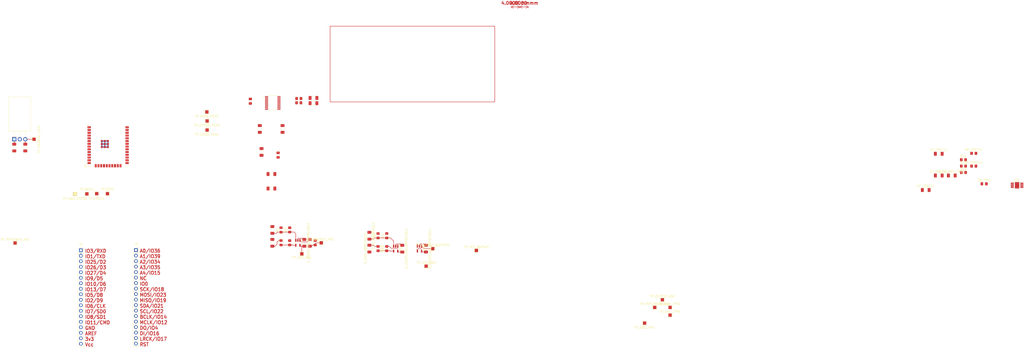
<source format=kicad_pcb>
(kicad_pcb (version 20240108) (generator "pcbnew") (generator_version "8.0")
  (layers (0 "F.Cu" signal) (31 "B.Cu" signal) (34 "B.Paste" user) (35 "F.Paste" user) (36 "B.SilkS" user "B.Silkscreen") (37 "F.SilkS" user "F.Silkscreen") (38 "B.Mask" user) (39 "F.Mask" user) (44 "Edge.Cuts" user))
  (net 0 "")
  (net 1 "GND")
  (net 2 "+3.3V")
  (net 3 "/VNEG")
  (net 4 "/LDOO")
  (net 5 "Net-(U2-CAPM)")
  (net 6 "Net-(U2-CAPP)")
  (net 7 "Net-(U6-BYPASS)")
  (net 8 "/Vo+")
  (net 9 "Net-(CC_TPA711-Pad2)")
  (net 10 "/IN")
  (net 11 "/OUTDACL")
  (net 12 "/OUTDACR")
  (net 13 "/BUFFEROUT")
  (net 14 "Net-(CI_TPA711-Pad1)")
  (net 15 "Net-(C_COUPLING_AMPSTAGE1-Pad2)")
  (net 16 "/ES2FILTER")
  (net 17 "Net-(C_GND_AMPSTAGE1-Pad2)")
  (net 18 "Net-(C_GND_AMPSTAGE2-Pad2)")
  (net 19 "Net-(U4-+)")
  (net 20 "Net-(U3-+)")
  (net 21 "Net-(U6-SE{slash}~{BTL})")
  (net 22 "+5V")
  (net 23 "/SE{slash}~{BTL}_SWITCH")
  (net 24 "Net-(U4--)")
  (net 25 "Net-(U3--)")
  (net 26 "Net-(RF2-Pad2)")
  (net 27 "Net-(U2-OUTL)")
  (net 28 "Net-(U2-OUTR)")
  (net 29 "/BCK")
  (net 36 "/DIN")
  (net 48 "/SCK")
  (net 62 "/XSMT{slash}MUTE")
  (net 63 "/Vo-")
  (net 64 "/SYSTEMCTL")
  (net 66 "+15V")
  (net 68 "/IO12")
  (net 84 "unconnected-(J2-Pin_2-Pad2)")
  (footprint "TestPoint:TestPoint_Pad_1.5x1.5mm" (layer "F.Cu") (at 121.92 81.51)
    (property "Reference" "TP_DVDD_PCM1")
    (property "Value" "TestPoint" (hide yes))
  )
  (footprint "TestPoint:TestPoint_Pad_1.5x1.5mm" (layer "F.Cu") (at 226 136.3)
    (property "Reference" "TP_OUTPUT_BUFFER1")
    (property "Value" "TestPoint" (hide yes))
  )
  (footprint "TestPoint:TestPoint_Pad_1.5x1.5mm" (layer "F.Cu") (at 75.946 110.893)
    (property "Reference" "TP_DIN1")
    (property "Value" "TestPoint" (hide yes))
  )
  (footprint "Capacitor_SMD:C_1206_3216Metric_Pad1.33x1.80mm_HandSolder" (layer "F.Cu") (at 151.5905 108.514)
    (property "Reference" "C2_DPS_PCM1" (hide yes))
    (property "Value" "0.1uF")
  )
  (footprint "LED_SMD:LED_0805_2012Metric_Pad1.15x1.40mm_HandSolder" (layer "F.Cu") (at 156.02 133.588 -90)
    (property "Reference" "RG1" (hide yes))
    (property "Value" "200k" (hide yes))
  )
  (footprint "Capacitor_SMD:C_1206_3216Metric_Pad1.33x1.80mm_HandSolder" (layer "F.Cu") (at 459.4375 102.5)
    (property "Reference" "CI_TPA711")
    (property "Value" "0.47uF")
  )
  (footprint "Package_TO_SOT_SMD:SOT-23-5" (layer "F.Cu") (at 208.9075 136.2811 -90)
    (property "Reference" "U3")
    (property "Value" "MCP6001-OT")
  )
  (footprint "Resistor_SMD:R_0805_2012Metric_Pad1.20x1.40mm_HandSolder" (layer "F.Cu") (at 200.778 136.2661 -90)
    (property "Reference" "RG2")
    (property "Value" "200K" (hide yes))
  )
  (footprint "Capacitor_SMD:C_1206_3216Metric_Pad1.33x1.80mm_HandSolder" (layer "F.Cu") (at 156.718 80.9875 -90)
    (property "Reference" "C1_APS_PCM5102" (hide yes))
    (property "Value" "10uF")
  )
  (footprint "Resistor_SMD:R_0805_2012Metric_Pad1.20x1.40mm_HandSolder" (layer "F.Cu") (at 164.185 68.902)
    (property "Reference" "ROUTDACL1" (hide yes))
    (property "Value" "470")
  )
  (footprint "TestPoint:TestPoint_Pad_1.5x1.5mm" (layer "F.Cu") (at 42.09 85.75 -90)
    (property "Reference" "TP_LM2940_+5V1")
    (property "Value" "TestPoint" (hide yes))
  )
  (footprint "Capacitor_SMD:C_1206_3216Metric_Pad1.33x1.80mm_HandSolder" (layer "F.Cu") (at 152.02 127.638 -90)
    (property "Reference" "C_GND_AMPSTAGE3" (hide yes))
    (property "Value" "10uF" (hide yes))
  )
  (footprint "TestPoint:TestPoint_Pad_1.5x1.5mm" (layer "F.Cu") (at 222.96 144.38)
    (property "Reference" "TP_VCC_AS2")
    (property "Value" "TestPoint" (hide yes))
  )
  (footprint "Capacitor_SMD:C_1206_3216Metric_Pad1.33x1.80mm_HandSolder" (layer "F.Cu") (at 196.778 130.3161 -90)
    (property "Reference" "C_IN_AMPSTAGE1")
    (property "Value" "10uF" (hide yes))
  )
  (footprint "Resistor_SMD:R_0805_2012Metric_Pad1.20x1.40mm_HandSolder" (layer "F.Cu") (at 470.8275 101.1)
    (property "Reference" "R13")
    (property "Value" "100K")
  )
  (footprint "Capacitor_SMD:C_1206_3216Metric_Pad1.33x1.80mm_HandSolder" (layer "F.Cu") (at 465.4475 102.5)
    (property "Reference" "C_SE/BTL_TPA1")
    (property "Value" "0.1uF")
  )
  (footprint "Capacitor_SMD:C_1206_3216Metric_Pad1.33x1.80mm_HandSolder" (layer "F.Cu") (at 453.4275 109.2)
    (property "Reference" "CC_TPA711")
    (property "Value" "330uF")
  )
  (footprint "Connector_PinSocket_2.54mm:PinSocket_1x18_P2.54mm_Vertical" (layer "F.Cu") (at 63.66 137.05)
    (property "Reference" "J2")
    (property "Value" "Conn_01x18" (hide yes))
  )
  (footprint "Resistor_SMD:R_0805_2012Metric_Pad1.20x1.40mm_HandSolder" (layer "F.Cu") (at 160.02 127.638 90)
    (property "Reference" "R2")
    (property "Value" "10K" (hide yes))
  )
  (footprint "Capacitor_SMD:C_1206_3216Metric_Pad1.33x1.80mm_HandSolder" (layer "F.Cu") (at 32.95 89.5825 90)
    (property "Reference" "C_INPUT_LDO1" (hide yes))
    (property "Value" "0.47uF" (hide yes))
  )
  (footprint "LED_SMD:LED_0805_2012Metric_Pad1.15x1.40mm_HandSolder" (layer "F.Cu") (at 204.778 130.3161 90)
    (property "Reference" "R4")
    (property "Value" "10K" (hide yes))
  )
  (footprint "Capacitor_SMD:C_1206_3216Metric_Pad1.33x1.80mm_HandSolder" (layer "F.Cu") (at 147.015 91.6135 90)
    (property "Reference" "C1_CPPS_PCM1" (hide yes))
    (property "Value" "0.1uF")
  )
  (footprint "LED_SMD:LED_0805_2012Metric_Pad1.15x1.40mm_HandSolder" (layer "F.Cu") (at 171.775 133.59 -90)
    (property "Reference" "R_COUPLING_AMPSTAGE1" (hide yes))
    (property "Value" "100K" (hide yes))
  )
  (footprint "Resistor_SMD:R_0805_2012Metric_Pad1.20x1.40mm_HandSolder" (layer "F.Cu") (at 475.5775 98.15)
    (property "Reference" "RI_TPA711")
    (property "Value" "10K")
  )
  (footprint "Package_SO:Texas_DGN0008D_VSSOP-8-1EP_3x3mm_P0.65mm_EP2x2.94mm_Mask1.57x1.89mm" (layer "F.Cu") (at 495.5675 107.02)
    (property "Reference" "U6")
    (property "Value" "TPA711")
  )
  (footprint "TestPoint:TestPoint_Pad_1.5x1.5mm" (layer "F.Cu") (at 66.445 110.998)
    (property "Reference" "TP_BCK1")
    (property "Value" "TestPoint" (hide yes))
  )
  (footprint "Resistor_SMD:R_0805_2012Metric_Pad1.20x1.40mm_HandSolder" (layer "F.Cu") (at 204.778 136.2661 90)
    (property "Reference" "RF2")
    (property "Value" "10K" (hide yes))
  )
  (footprint "TestPoint:TestPoint_Pad_1.5x1.5mm" (layer "F.Cu") (at 335.5 163.45)
    (property "Reference" "TP_Vo+_TPA1")
    (property "Value" "TestPoint")
  )
  (footprint "TestPoint:TestPoint_Pad_1.5x1.5mm" (layer "F.Cu") (at 165.6 138.703 180)
    (property "Reference" "TP_VCC_AS1")
    (property "Value" "TestPoint" (hide yes))
  )
  (footprint "Capacitor_SMD:C_1206_3216Metric_Pad1.33x1.80mm_HandSolder" (layer "F.Cu") (at 196.778 136.2661 90)
    (property "Reference" "C_GND_AMPSTAGE2")
    (property "Value" "10uF" (hide yes))
  )
  (footprint "TestPoint:TestPoint_Pad_1.5x1.5mm" (layer "F.Cu") (at 331.95 159.9)
    (property "Reference" "TP_OUTPUT_AS2")
    (property "Value" "TestPoint")
  )
  (footprint "TestPoint:TestPoint_Pad_1.5x1.5mm" (layer "F.Cu") (at 60.96 110.998)
    (property "Reference" "TP_GND_ESP32")
    (property "Value" "TestPoint" (hide yes))
  )
  (footprint "Capacitor_SMD:C_1206_3216Metric_Pad1.33x1.80mm_HandSolder" (layer "F.Cu") (at 146.218 80.9875 90)
    (property "Reference" "C2_APS_PCM5102" (hide yes))
    (property "Value" "0.1uF")
  )
  (footprint "Capacitor_SMD:C_0805_2012Metric_Pad1.18x1.45mm_HandSolder" (layer "F.Cu") (at 141.859 68.1775 -90)
    (property "Reference" "CA_PCM5102" (hide yes))
    (property "Value" "2.2uF")
  )
  (footprint "TestPoint:TestPoint_Pad_1.5x1.5mm" (layer "F.Cu") (at 174.575 133.603)
    (property "Reference" "TP_OUTPUT_AS1")
    (property "Value" "TestPoint" (hide yes))
  )
  (footprint "Capacitor_SMD:C_1206_3216Metric_Pad1.33x1.80mm_HandSolder" (layer "F.Cu") (at 169.275 133.59 90)
    (property "Reference" "C_COUPLING_AMPSTAGE1" (hide yes))
    (property "Value" "10uF" (hide yes))
  )
  (footprint "Capacitor_SMD:C_1206_3216Metric_Pad1.33x1.80mm_HandSolder" (layer "F.Cu") (at 152.02 133.588 -90)
    (property "Reference" "C_GND_AMPSTAGE1" (hide yes))
    (property "Value" "10uF" (hide yes))
  )
  (footprint "TestPoint:TestPoint_Pad_1.5x1.5mm" (layer "F.Cu") (at 328.4 163.45)
    (property "Reference" "TP_INPUTBIAS_AS2")
    (property "Value" "TestPoint")
  )
  (footprint "TestPoint:TestPoint_Pad_1.5x1.5mm" (layer "F.Cu") (at 121.793 73.152)
    (property "Reference" "TP_AVDD_PCM1")
    (property "Value" "TestPoint" (hide yes))
  )
  (footprint "TestPoint:TestPoint_Pad_1.5x1.5mm" (layer "F.Cu") (at 121.92 77.319)
    (property "Reference" "TP_CPVDD_PCM1")
    (property "Value" "TestPoint" (hide yes))
  )
  (footprint "TestPoint:TestPoint_Pad_1.5x1.5mm" (layer "F.Cu") (at 323.723 170.688)
    (property "Reference" "TP_VDD_TPA1")
    (property "Value" "TestPoint" (hide yes))
  )
  (footprint "Package_TO_SOT_THT:TO-220-3_Horizontal_TabDown" (layer "F.Cu") (at 32.96 85.748)
    (property "Reference" "U7" (hide yes))
    (property "Value" "LM2940CT-5.0")
  )
  (footprint "Package_TO_SOT_SMD:SOT-23-5" (layer "F.Cu") (at 219.8823 136.2812 -90)
    (property "Reference" "U5")
    (property "Value" "MCP6001")
  )
  (footprint "Resistor_SMD:R_0805_2012Metric_Pad1.20x1.40mm_HandSolder" (layer "F.Cu") (at 160.02 133.588 90)
    (property "Reference" "RF1" (hide yes))
    (property "Value" "10K" (hide yes))
  )
  (footprint "RF_Module:ESP32-WROOM-32E" (layer "F.Cu") (at 76.25 85.49)
    (property "Reference" "U1")
    (property "Value" "ESP32-WROOM-32E")
  )
  (footprint "Capacitor_SMD:C_1206_3216Metric_Pad1.33x1.80mm_HandSolder" (layer "F.Cu") (at 222.885 136.271 -90)
    (property "Reference" "C_COUPLING_AMPSTAGE4")
    (property "Value" "10nF" (hide yes))
  )
  (footprint "Resistor_SMD:R_0805_2012Metric_Pad1.20x1.40mm_HandSolder" (layer "F.Cu") (at 475.5775 92.25)
    (property "Reference" "RF_TPA711")
    (property "Value" "50k")
  )
  (footprint "Package_SO:TSSOP-20_4.4x6.5mm_P0.65mm" (layer "F.Cu") (at 152.2045 68.987)
    (property "Reference" "U2" (hide yes))
    (property "Value" "PCM5102")
  )
  (footprint "Capacitor_SMD:C_0805_2012Metric_Pad1.18x1.45mm_HandSolder" (layer "F.Cu") (at 154.6675 93.071 90)
    (property "Reference" "C2_CPPS_PCM1" (hide yes))
    (property "Value" "2.2uF")
  )
  (footprint "Capacitor_SMD:C_1206_3216Metric_Pad1.33x1.80mm_HandSolder" (layer "F.Cu") (at 38.04 89.58 90)
    (property "Reference" "C_OUTPUT_LDO1" (hide yes))
    (property "Value" "22uF" (hide yes))
  )
  (footprint "Connector_PinSocket_2.54mm:PinSocket_1x18_P2.54mm_Vertical" (layer "F.Cu") (at 89.07 136.96)
    (property "Reference" "J3")
    (property "Value" "Conn_01x18" (hide yes))
  )
  (footprint "Capacitor_SMD:C_1206_3216Metric_Pad1.33x1.80mm_HandSolder" (layer "F.Cu") (at 170.9805 69.088)
    (property "Reference" "CG1_PCM5102" (hide yes))
    (property "Value" "2.2nF")
  )
  (footprint "Package_TO_SOT_SMD:SOT-23-5" (layer "F.Cu") (at 163.7835 133.59 -90)
    (property "Reference" "U4" (hide yes))
    (property "Value" "MCP6001-OT")
  )
  (footprint "Capacitor_SMD:C_1206_3216Metric_Pad1.33x1.80mm_HandSolder" (layer "F.Cu") (at 459.4375 92.45)
    (property "Reference" "CF_TPA711")
    (property "Value" "5pF")
  )
  (footprint "Capacitor_SMD:C_0805_2012Metric_Pad1.18x1.45mm_HandSolder" (layer "F.Cu") (at 480.3575 106.35)
    (property "Reference" "CB_TPA1")
    (property "Value" "2.2uF")
  )
  (footprint "Capacitor_SMD:C_1206_3216Metric_Pad1.33x1.80mm_HandSolder" (layer "F.Cu") (at 151.5905 101.814)
    (property "Reference" "C1_DPS_PCM1" (hide yes))
    (property "Value" "0.1uF")
  )
  (footprint "Resistor_SMD:R_0805_2012Metric_Pad1.20x1.40mm_HandSolder" (layer "F.Cu") (at 164.211 66.929)
    (property "Reference" "ROUTDACR1" (hide yes))
    (property "Value" "470" (hide yes))
  )
  (footprint "Capacitor_SMD:C_1206_3216Metric_Pad1.33x1.80mm_HandSolder" (layer "F.Cu") (at 211.95 136.3 -90)
    (property "Reference" "C_COUPLING_AMPSTAGE3")
    (property "Value" "10nF" (hide yes))
  )
  (footprint "Capacitor_SMD:C_1206_3216Metric_Pad1.33x1.80mm_HandSolder" (layer "F.Cu") (at 170.9805 66.675)
    (property "Reference" "CG2_PCM5102" (hide yes))
    (property "Value" "2.2nF" (hide yes))
  )
  (footprint "TestPoint:TestPoint_Pad_1.5x1.5mm" (layer "F.Cu") (at 335.5 167)
    (property "Reference" "TP_Vo-_TPA1")
    (property "Value" "TestPoint")
  )
  (footprint "Resistor_SMD:R_0805_2012Metric_Pad1.20x1.40mm_HandSolder" (layer "F.Cu") (at 470.8275 95.2)
    (property "Reference" "R11")
    (property "Value" "1K")
  )
  (footprint "LED_SMD:LED_0805_2012Metric_Pad1.15x1.40mm_HandSolder" (layer "F.Cu") (at 156.02 127.638 90)
    (property "Reference" "R1")
    (property "Value" "10K" (hide yes))
  )
  (footprint "TestPoint:TestPoint_Pad_1.5x1.5mm" (layer "F.Cu") (at 70.993 110.893)
    (property "Reference" "TP_LRCK1")
    (property "Value" "TestPoint" (hide yes))
  )
  (footprint "TestPoint:TestPoint_Pad_1.5x1.5mm" (layer "F.Cu") (at 246.1368 137.1292)
    (property "Reference" "TP_VCC_Buffer1")
    (property "Value" "TestPoint")
  )
  (footprint "TestPoint:TestPoint_Pad_1.5x1.5mm" (layer "F.Cu") (at 33.33 133.67)
    (property "Reference" "TP_INPUTBIAS_AS1")
    (property "Value" "TestPoint")
  )
  (footprint "LED_SMD:LED_0805_2012Metric_Pad1.15x1.40mm_HandSolder" (layer "F.Cu") (at 200.778 130.3161 90)
    (property "Reference" "R3")
    (property "Value" "10K" (hide yes))
  )
  (footprint "Capacitor_SMD:C_1206_3216Metric_Pad1.33x1.80mm_HandSolder" (layer "F.Cu") (at 166.780024 133.59 -90)
    (property "Reference" "C_COUPLING_AMPSTAGE2")
    (property "Value" "10nF" (hide yes))
  )
  (footprint "Resistor_SMD:R_0805_2012Metric_Pad1.20x1.40mm_HandSolder" (layer "F.Cu") (at 470.8275 98.15)
    (property "Reference" "R12")
    (property "Value" "100K")
  )
  (gr_rect (start 178.64 33.5) (end 254.64 68.5) (stroke (width 0.2)) (fill none) (layer "F.Cu"))
  (gr_text "IO3/RXD\nIO1/TXD\nIO25/D2\nIO26/D3\nIO27/D4\nIO9/D5\nIO10/D6\nIO13/D7	\nIO5/D8\nIO2/D9\nIO6/CLK\nIO7/SD0\nIO8/SD1\nIO11/CMD\nGND\nAREF\n3v3\nVcc\n\n" (at 65.46 184.07 0) (layer "F.Cu") (effects (font (size 1.58 1.5) (thickness 0.3) (bold yes)) (justify left bottom)))
  (gr_text "A0/IO36\nA1/IO39\nA2/IO34\nA3/IO35\nA4/IO15\nNC\nIO0\nSCK/IO18\nMOSI/IO23\nMISO/IO19\nSDA/IO21\nSCL/IO22\nBCLK/IO14\nMCLK/IO12\nDO/IO4\nDI/IO16\nLRCK/IO17\nRST" (at 90.7 181.475 0) (layer "F.Cu") (effects (font (size 1.58 1.5) (thickness 0.3) (bold yes)) (justify left bottom)))
  (dimension (type aligned) (layer "F.Cu") (pts (xy 266.15 24.625) (xy 262.15 24.625)) (height 0) (gr_text "4.0000 mm" (at 264.15 22.825 0) (layer "F.Cu") (effects (font (size 1.5 1.5) (thickness 0.3)))) (format (prefix "") (suffix "") (units 3) (units_format 1) (precision 4)) (style (thickness 0.2) (arrow_length 1.27) (text_position_mode 0) (extension_height 0.58642) (extension_offset 0.5) keep_text_aligned))
  (dimension (type aligned) (layer "F.Cu") (pts (xy 270.15 24.625) (xy 266.15 24.625)) (height 0) (gr_text "4.0000 mm" (at 268.15 22.825 0) (layer "F.Cu") (effects (font (size 1.5 1.5) (thickness 0.3)))) (format (prefix "") (suffix "") (units 3) (units_format 1) (precision 4)) (style (thickness 0.2) (arrow_length 1.27) (text_position_mode 0) (extension_height 0.58642) (extension_offset 0.5) keep_text_aligned))
  (segment (start 219.8823 135.1437) (end 219.8823 134.6177) (width 0.2) (layer "F.Cu") (net 1))
  (segment (start 163.7835 132.4525) (end 163.7835 131.790001) (width 0.2) (layer "F.Cu") (net 1))
  (segment (start 164.083501 131.49) (end 166.242524 131.49) (width 0.2) (layer "F.Cu") (net 1))
  (segment (start 208.9075 134.481101) (end 209.285001 134.1036) (width 0.2) (layer "F.Cu") (net 1))
  (segment (start 163.7835 131.790001) (end 164.083501 131.49) (width 0.2) (layer "F.Cu") (net 1))
  (segment (start 219.8823 134.6177) (end 220.4 134.1) (width 0.2) (layer "F.Cu") (net 1))
  (segment (start 220.4 134.1) (end 222.2765 134.1) (width 0.2) (layer "F.Cu") (net 1))
  (segment (start 222.2765 134.1) (end 222.885 134.7085) (width 0.2) (layer "F.Cu") (net 1))
  (segment (start 211.3161 134.1036) (end 211.95 134.7375) (width 0.2) (layer "F.Cu") (net 1))
  (segment (start 166.242524 131.49) (end 166.780024 132.0275) (width 0.2) (layer "F.Cu") (net 1))
  (segment (start 208.9075 135.1436) (end 208.9075 134.481101) (width 0.2) (layer "F.Cu") (net 1))
  (segment (start 209.285001 134.1036) (end 211.3161 134.1036) (width 0.2) (layer "F.Cu") (net 1))
  (segment (start 225.971 136.271) (end 226 136.3) (width 0.2) (layer "F.Cu") (net 13))
  (segment (start 220.8323 135.8677) (end 220.8323 135.1437) (width 0.2) (layer "F.Cu") (net 13))
  (segment (start 220.8323 135.1437) (end 221.9596 136.271) (width 0.2) (layer "F.Cu") (net 13))
  (segment (start 221.9596 136.271) (end 225.971 136.271) (width 0.2) (layer "F.Cu") (net 13))
  (segment (start 218.9323 137.4187) (end 218.9323 136.6677) (width 0.2) (layer "F.Cu") (net 13))
  (segment (start 220.4 136.3) (end 220.8323 135.8677) (width 0.2) (layer "F.Cu") (net 13))
  (segment (start 219.3 136.3) (end 220.4 136.3) (width 0.2) (layer "F.Cu") (net 13))
  (segment (start 218.9323 136.6677) (end 219.3 136.3) (width 0.2) (layer "F.Cu") (net 13))
  (segment (start 165.484 133.203) (end 168.0325 133.203) (width 0.2) (layer "F.Cu") (net 15))
  (segment (start 168.0325 133.203) (end 169.22 132.0155) (width 0.2) (layer "F.Cu") (net 15))
  (segment (start 164.7335 132.4525) (end 165.484 133.203) (width 0.2) (layer "F.Cu") (net 15))
  (segment (start 170.7 134.603) (end 171.763 134.603) (width 0.2) (layer "F.Cu") (net 16))
  (segment (start 169.22 135.1405) (end 170.1625 135.1405) (width 0.2) (layer "F.Cu") (net 16))
  (segment (start 170.1625 135.1405) (end 170.7 134.603) (width 0.2) (layer "F.Cu") (net 16))
  (segment (start 171.775 134.028) (end 172.2 133.603) (width 0.2) (layer "F.Cu") (net 16))
  (segment (start 172.2 133.603) (end 174.575 133.603) (width 0.2) (layer "F.Cu") (net 16))
  (segment (start 171.775 134.615) (end 171.775 134.028) (width 0.2) (layer "F.Cu") (net 16))
  (segment (start 171.763 134.603) (end 171.775 134.615) (width 0.2) (layer "F.Cu") (net 16))
  (segment (start 154.15 134.248) (end 154.15 133.308) (width 0.2) (layer "F.Cu") (net 17))
  (segment (start 152.02 135.1505) (end 153.2475 135.1505) (width 0.2) (layer "F.Cu") (net 17))
  (segment (start 153.2475 135.1505) (end 154.15 134.248) (width 0.2) (layer "F.Cu") (net 17))
  (segment (start 154.15 133.308) (end 154.895 132.563) (width 0.2) (layer "F.Cu") (net 17))
  (segment (start 154.895 132.563) (end 156.02 132.563) (width 0.2) (layer "F.Cu") (net 17))
  (segment (start 198.628 134.7036) (end 196.778 134.7036) (width 0.2) (layer "F.Cu") (net 18))
  (segment (start 200.778 135.2661) (end 199.1905 135.2661) (width 0.2) (layer "F.Cu") (net 18))
  (segment (start 199.1905 135.2661) (end 198.628 134.7036) (width 0.2) (layer "F.Cu") (net 18))
  (segment (start 156.02 128.663) (end 159.995 128.663) (width 0.2) (layer "F.Cu") (net 19))
  (segment (start 160.02 128.638) (end 162.06 128.638) (width 0.2) (layer "F.Cu") (net 19))
  (segment (start 162.06 128.638) (end 162.8335 129.4115) (width 0.2) (layer "F.Cu") (net 19))
  (segment (start 159.995 128.663) (end 160.02 128.638) (width 0.2) (layer "F.Cu") (net 19))
  (segment (start 153.8775 129.2005) (end 154.415 128.663) (width 0.2) (layer "F.Cu") (net 19))
  (segment (start 152.02 129.2005) (end 153.8775 129.2005) (width 0.2) (layer "F.Cu") (net 19))
  (segment (start 154.415 128.663) (end 156.02 128.663) (width 0.2) (layer "F.Cu") (net 19))
  (segment (start 162.8335 129.4115) (end 162.8335 132.4525) (width 0.2) (layer "F.Cu") (net 19))
  (segment (start 199.3405 131.3411) (end 200.778 131.3411) (width 0.2) (layer "F.Cu") (net 20))
  (segment (start 204.778 131.3411) (end 206.5155 131.3411) (width 0.2) (layer "F.Cu") (net 20))
  (segment (start 198.803 131.8786) (end 199.3405 131.3411) (width 0.2) (layer "F.Cu") (net 20))
  (segment (start 196.778 131.8786) (end 198.803 131.8786) (width 0.2) (layer "F.Cu") (net 20))
  (segment (start 204.778 131.3411) (end 200.778 131.3411) (width 0.2) (layer "F.Cu") (net 20))
  (segment (start 206.5155 131.3411) (end 207.9575 132.7831) (width 0.2) (layer "F.Cu") (net 20))
  (segment (start 207.9575 132.7831) (end 207.9575 135.1436) (width 0.2) (layer "F.Cu") (net 20))
  (segment (start 220.8323 137.4187) (end 221.2471 137.8335) (width 0.2) (layer "F.Cu") (net 22))
  (segment (start 209.8575 137.4186) (end 210.3014 137.8625) (width 0.2) (layer "F.Cu") (net 22))
  (segment (start 164.7335 134.7275) (end 165.1585 135.1525) (width 0.2) (layer "F.Cu") (net 22))
  (segment (start 165.5 135.1525) (end 165.5 135.153) (width 0.2) (layer "F.Cu") (net 22))
  (segment (start 42.088 85.748) (end 42.09 85.75) (width 0.2) (layer "F.Cu") (net 22))
  (segment (start 165.6 135.253) (end 165.6 138.703) (width 0.2) (layer "F.Cu") (net 22))
  (segment (start 165.5 135.1525) (end 166.780024 135.1525) (width 0.2) (layer "F.Cu") (net 22))
  (segment (start 165.5 135.153) (end 165.6 135.253) (width 0.2) (layer "F.Cu") (net 22))
  (segment (start 221.2471 137.8335) (end 222.885 137.8335) (width 0.2) (layer "F.Cu") (net 22))
  (segment (start 38.04 85.748) (end 42.088 85.748) (width 0.2) (layer "F.Cu") (net 22))
  (segment (start 210.3014 137.8625) (end 211.95 137.8625) (width 0.2) (layer "F.Cu") (net 22))
  (segment (start 67.2 81.45) (end 68.15 81.45) (width 0.2) (layer "F.Cu") (net 22))
  (segment (start 165.1585 135.1525) (end 165.5 135.1525) (width 0.2) (layer "F.Cu") (net 22))
  (segment (start 38.04 88.0175) (end 38.04 85.748) (width 0.2) (layer "F.Cu") (net 22))
  (segment (start 156.02 134.613) (end 159.995 134.613) (width 0.2) (layer "F.Cu") (net 24))
  (segment (start 160.02 134.588) (end 161.47 134.588) (width 0.2) (layer "F.Cu") (net 24))
  (segment (start 161.6095 134.7275) (end 162.8335 134.7275) (width 0.2) (layer "F.Cu") (net 24))
  (segment (start 159.995 134.613) (end 160.02 134.588) (width 0.2) (layer "F.Cu") (net 24))
  (segment (start 161.47 134.588) (end 161.6095 134.7275) (width 0.2) (layer "F.Cu") (net 24))
  (segment (start 206.3905 137.2661) (end 206.543 137.4186) (width 0.2) (layer "F.Cu") (net 25))
  (segment (start 206.543 137.4186) (end 207.9575 137.4186) (width 0.2) (layer "F.Cu") (net 25))
  (segment (start 204.778 137.2661) (end 206.3905 137.2661) (width 0.2) (layer "F.Cu") (net 25))
  (segment (start 204.778 137.2661) (end 200.778 137.2661) (width 0.2) (layer "F.Cu") (net 25))
  (segment (start 204.778 135.2661) (end 205.9905 135.2661) (width 0.2) (layer "F.Cu") (net 26))
  (segment (start 209.8575 136.0241) (end 209.8575 135.1436) (width 0.2) (layer "F.Cu") (net 26))
  (segment (start 206.8305 136.1061) (end 209.7755 136.1061) (width 0.2) (layer "F.Cu") (net 26))
  (segment (start 218.9323 135.1437) (end 218.9323 134.3323) (width 0.2) (layer "F.Cu") (net 26))
  (segment (start 205.9905 135.2661) (end 206.8305 136.1061) (width 0.2) (layer "F.Cu") (net 26))
  (segment (start 209.7755 136.1061) (end 209.8575 136.0241) (width 0.2) (layer "F.Cu") (net 26))
  (segment (start 218.9323 134.3323) (end 218.9 134.3) (width 0.2) (layer "F.Cu") (net 26))
  (segment (start 218.9 134.3) (end 218.8 134.2) (width 0.2) (layer "F.Cu") (net 26))
  (segment (start 32.95 85.758) (end 32.96 85.748) (width 0.2) (layer "F.Cu") (net 66))
  (segment (start 32.95 88.02) (end 32.95 85.758) (width 0.2) (layer "F.Cu") (net 66))
  (segment (start 63.72 138.8) (end 63.56 138.8) (width 0.2) (layer "F.Cu") (net 84))
  (segment (start 63.56 138.8) (end 63.44 138.68) (width 0.2) (layer "F.Cu") (net 84))
  (segment (start 63.72 138.3) (end 63.77 138.25) (width 0.2) (layer "B.Cu") (net 84))
  (segment (start 63.72 138.8) (end 63.72 138.3) (width 0.2) (layer "B.Cu") (net 84))
)
</source>
